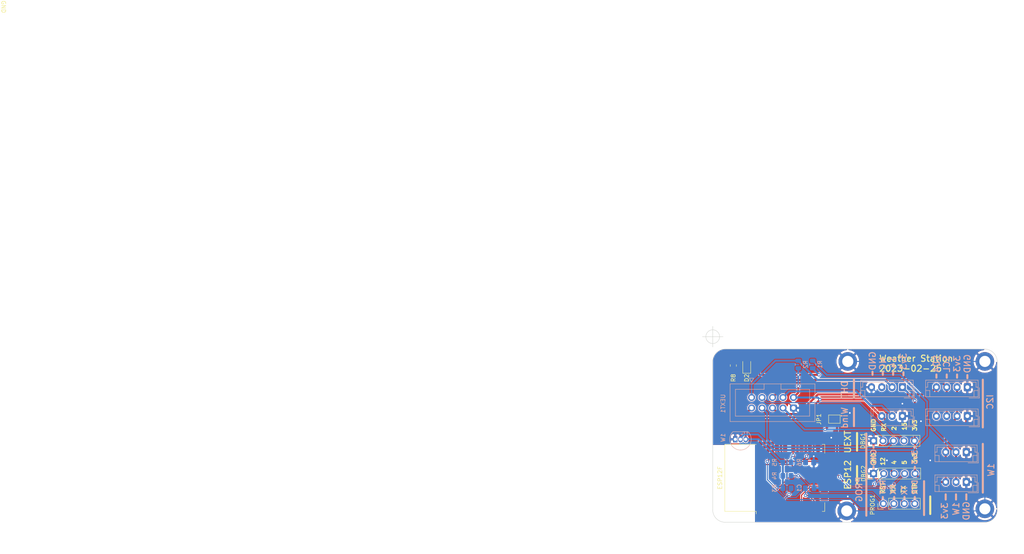
<source format=kicad_pcb>
(kicad_pcb (version 20240108) (generator "pcbnew") (generator_version "8.0")
  (title_block (comment 4 "AISLER Project ID: ADIMYCRM"))
  (layers (0 "F.Cu" signal) (31 "B.Cu" signal) (34 "B.Paste" user) (35 "F.Paste" user) (36 "B.SilkS" user "B.Silkscreen") (37 "F.SilkS" user "F.Silkscreen") (38 "B.Mask" user) (39 "F.Mask" user) (44 "Edge.Cuts" user))
  (net 0 "")
  (net 1 "GND")
  (net 2 "SCL")
  (net 3 "UART_CONNECT")
  (net 4 "SDA")
  (net 5 "GPIO4")
  (net 6 "Net-(D2-Pad1)")
  (net 7 "GPIO14")
  (net 8 "1W")
  (net 9 "+3V3")
  (net 11 "RXD")
  (net 12 "GPIO15")
  (net 13 "GPIO2")
  (net 14 "ESP12_GPIO12")
  (net 15 "ESP12_GPIO5")
  (net 16 "ESP12_RESET")
  (net 17 "ESP12_RX")
  (net 18 "ESP12_TX")
  (net 19 "ESP12_DTR")
  (net 20 "Net-(R3-Pad2)")
  (net 21 "Net-(R6-Pad1)")
  (net 23 "Net-(R8-Pad2)")
  (footprint "MountingHole:MountingHole_2.7mm_M2.5_ISO14580_Pad" (layer "F.Cu") (at 238 121.75)
    (property "Reference" "H6" (hide yes))
    (property "Value" "MountingHole_Pad")
    (pad "1" thru_hole circle (at 0 0) (size 4.5 4.5) (drill 2.7) (layers "*.Cu" "*.Mask") (net 1 "GND"))
  )
  (footprint "MountingHole:MountingHole_2.7mm_M2.5_ISO14580_Pad" (layer "F.Cu") (at 204.5 122.25)
    (property "Reference" "H8" (hide yes))
    (property "Value" "MountingHole_Pad")
    (pad "1" thru_hole circle (at 0 0) (size 4.5 4.5) (drill 2.7) (layers "*.Cu" "*.Mask") (net 1 "GND"))
  )
  (footprint "Resistor_SMD:R_0805_2012Metric_Pad1.20x1.40mm_HandSolder" (layer "F.Cu") (at 177 87 90)
    (property "Reference" "R8" (at -3 0 90) (layer "F.SilkS"))
    (property "Value" "470")
    (pad "1" smd roundrect (at -1 0 90) (size 1.2 1.4) (layers "F.Cu" "F.Paste" "F.Mask") (roundrect_rratio 0.2083333333) (net 6 "Net-(D2-Pad1)"))
    (pad "2" smd roundrect (at 1 0 90) (size 1.2 1.4) (layers "F.Cu" "F.Paste" "F.Mask") (roundrect_rratio 0.2083333333) (net 23 "Net-(R8-Pad2)"))
  )
  (footprint "Connector_PinHeader_2.54mm:PinHeader_1x05_P2.54mm_Vertical" (layer "F.Cu") (at 210.75 105.25 90)
    (property "Reference" "DBG1" (at 0 -2.33 90) (layer "F.SilkS"))
    (property "Value" "UEXT_DBG")
    (pad "1" thru_hole rect (at 0 0.25 90) (size 1.7 1.7) (drill 1) (layers "*.Cu" "*.Mask") (net 1 "GND"))
    (pad "2" thru_hole oval (at 0 2.54 90) (size 1.7 1.7) (drill 1) (layers "*.Cu" "*.Mask") (net 11 "RXD"))
    (pad "3" thru_hole oval (at 0 5.08 90) (size 1.7 1.7) (drill 1) (layers "*.Cu" "*.Mask") (net 13 "GPIO2"))
    (pad "4" thru_hole oval (at 0 7.62 90) (size 1.7 1.7) (drill 1) (layers "*.Cu" "*.Mask") (net 12 "GPIO15"))
    (pad "5" thru_hole oval (at 0 10.16 90) (size 1.7 1.7) (drill 1) (layers "*.Cu" "*.Mask") (net 9 "+3V3"))
  )
  (footprint "MountingHole:MountingHole_2.7mm_M2.5_ISO14580_Pad" (layer "F.Cu") (at 238 86)
    (property "Reference" "H5" (hide yes))
    (property "Value" "MountingHole_Pad")
    (pad "1" thru_hole circle (at 0 0) (size 4.5 4.5) (drill 2.7) (layers "*.Cu" "*.Mask") (net 1 "GND"))
  )
  (footprint "Jumper:SolderJumper-2_P1.3mm_Bridged_Pad1.0x1.5mm" (layer "F.Cu") (at 201.5 100)
    (property "Reference" "JP1" (at -3.75 0 90) (layer "F.SilkS"))
    (property "Value" "Jumper_2_Bridged")
    (fp_poly (pts (xy -0.25 -0.3) (xy 0.25 -0.3) (xy 0.25 0.3) (xy -0.25 0.3)) (fill solid) (layer "F.Cu"))
    (pad "1" smd rect (at -0.65 0) (size 1 1.5) (layers "F.Cu" "F.Mask") (net 11 "RXD"))
    (pad "2" smd rect (at 0.65 0) (size 1 1.5) (layers "F.Cu" "F.Mask") (net 3 "UART_CONNECT"))
  )
  (footprint "Connector_PinHeader_2.54mm:PinHeader_1x04_P2.54mm_Vertical" (layer "F.Cu") (at 213.38 120.5 90)
    (property "Reference" "PROG1" (at -0.25 -2.63 90) (layer "F.SilkS"))
    (property "Value" "ESP12_PROG")
    (pad "1" thru_hole circle (at 0 0 90) (size 1.7 1.7) (drill 1) (layers "*.Cu" "*.Mask") (net 16 "ESP12_RESET"))
    (pad "2" thru_hole oval (at 0 2.54 90) (size 1.7 1.7) (drill 1) (layers "*.Cu" "*.Mask") (net 17 "ESP12_RX"))
    (pad "3" thru_hole oval (at 0 5.08 90) (size 1.7 1.7) (drill 1) (layers "*.Cu" "*.Mask") (net 18 "ESP12_TX"))
    (pad "4" thru_hole oval (at 0 7.62 90) (size 1.7 1.7) (drill 1) (layers "*.Cu" "*.Mask") (net 19 "ESP12_DTR"))
  )
  (footprint "MountingHole:MountingHole_2.7mm_M2.5_ISO14580_Pad" (layer "F.Cu") (at 204.75 86)
    (property "Reference" "H7" (hide yes))
    (property "Value" "MountingHole_Pad")
    (pad "1" thru_hole circle (at 0 0) (size 4.5 4.5) (drill 2.7) (layers "*.Cu" "*.Mask") (net 1 "GND"))
  )
  (footprint "RF_Module:ESP-12E" (layer "F.Cu") (at 187.05 114.25 90)
    (property "Reference" "ESP12F" (at 0 -13.3 -90) (layer "F.SilkS"))
    (property "Value" "ESP-12F")
    (pad "1" smd rect (at -7.6 -3.5 90) (size 2.5 1) (layers "F.Cu" "F.Paste" "F.Mask") (net 16 "ESP12_RESET"))
    (pad "2" smd rect (at -7.6 -1.5 90) (size 2.5 1) (layers "F.Cu" "F.Paste" "F.Mask"))
    (pad "3" smd rect (at -7.6 0.5 90) (size 2.5 1) (layers "F.Cu" "F.Paste" "F.Mask") (net 20 "Net-(R3-Pad2)"))
    (pad "4" smd rect (at -7.6 2.5 90) (size 2.5 1) (layers "F.Cu" "F.Paste" "F.Mask") (net 23 "Net-(R8-Pad2)"))
    (pad "5" smd rect (at -7.6 4.5 90) (size 2.5 1) (layers "F.Cu" "F.Paste" "F.Mask"))
    (pad "6" smd rect (at -7.6 6.5 90) (size 2.5 1) (layers "F.Cu" "F.Paste" "F.Mask") (net 14 "ESP12_GPIO12"))
    (pad "7" smd rect (at -7.6 8.5 90) (size 2.5 1) (layers "F.Cu" "F.Paste" "F.Mask"))
    (pad "8" smd rect (at -7.6 10.5 90) (size 2.5 1) (layers "F.Cu" "F.Paste" "F.Mask") (net 9 "+3V3"))
    (pad "9" smd rect (at -5 12 90) (size 1 1.8) (layers "F.Cu" "F.Paste" "F.Mask"))
    (pad "10" smd rect (at -3 12 90) (size 1 1.8) (layers "F.Cu" "F.Paste" "F.Mask"))
    (pad "11" smd rect (at -1 12 90) (size 1 1.8) (layers "F.Cu" "F.Paste" "F.Mask"))
    (pad "12" smd rect (at 1 12 90) (size 1 1.8) (layers "F.Cu" "F.Paste" "F.Mask"))
    (pad "13" smd rect (at 3 12 90) (size 1 1.8) (layers "F.Cu" "F.Paste" "F.Mask"))
    (pad "14" smd rect (at 5 12 90) (size 1 1.8) (layers "F.Cu" "F.Paste" "F.Mask"))
    (pad "15" smd rect (at 7.6 10.5 90) (size 2.5 1) (layers "F.Cu" "F.Paste" "F.Mask") (net 1 "GND"))
    (pad "16" smd rect (at 7.6 8.5 90) (size 2.5 1) (layers "F.Cu" "F.Paste" "F.Mask") (net 21 "Net-(R6-Pad1)"))
    (pad "17" smd rect (at 7.6 6.5 90) (size 2.5 1) (layers "F.Cu" "F.Paste" "F.Mask"))
    (pad "18" smd rect (at 7.6 4.5 90) (size 2.5 1) (layers "F.Cu" "F.Paste" "F.Mask") (net 19 "ESP12_DTR"))
    (pad "19" smd rect (at 7.6 2.5 90) (size 2.5 1) (layers "F.Cu" "F.Paste" "F.Mask") (net 3 "UART_CONNECT"))
    (pad "20" smd rect (at 7.6 0.5 90) (size 2.5 1) (layers "F.Cu" "F.Paste" "F.Mask") (net 15 "ESP12_GPIO5"))
    (pad "21" smd rect (at 7.6 -1.5 90) (size 2.5 1) (layers "F.Cu" "F.Paste" "F.Mask") (net 17 "ESP12_RX"))
    (pad "22" smd rect (at 7.6 -3.5 90) (size 2.5 1) (layers "F.Cu" "F.Paste" "F.Mask") (net 18 "ESP12_TX"))
    (zone (net 0) (net_name "") (layers "*.Cu") (connect_pads (clearance 0)) (min_thickness 0.254)
      (keepout (tracks not_allowed) (vias not_allowed) (pads not_allowed) (copperpour not_allowed) (footprints not_allowed))
      (fill (thermal_gap 0.508) (thermal_bridge_width 0.508))
      (polygon (pts (xy 182.25 122.37) (xy 182.25 106.13) (xy 174.93 106.13) (xy 174.93 122.37)))
    )
  )
  (footprint "Connector_PinHeader_2.54mm:PinHeader_1x05_P2.54mm_Vertical" (layer "F.Cu") (at 210.925 113.2 90)
    (property "Reference" "DBG2" (at 0 -2.33 90) (layer "F.SilkS"))
    (property "Value" "ESP12_DBG")
    (pad "1" thru_hole rect (at 0 0.075 90) (size 1.7 1.7) (drill 1) (layers "*.Cu" "*.Mask") (net 1 "GND"))
    (pad "2" thru_hole oval (at 0 2.54 90) (size 1.7 1.7) (drill 1) (layers "*.Cu" "*.Mask") (net 14 "ESP12_GPIO12"))
    (pad "3" thru_hole oval (at 0 5.08 90) (size 1.7 1.7) (drill 1) (layers "*.Cu" "*.Mask") (net 3 "UART_CONNECT"))
    (pad "4" thru_hole oval (at 0 7.62 90) (size 1.7 1.7) (drill 1) (layers "*.Cu" "*.Mask") (net 15 "ESP12_GPIO5"))
    (pad "5" thru_hole oval (at 0 10.16 90) (size 1.7 1.7) (drill 1) (layers "*.Cu" "*.Mask") (net 9 "+3V3"))
  )
  (footprint "LED_SMD:LED_0805_2012Metric_Pad1.15x1.40mm_HandSolder" (layer "F.Cu") (at 180.25 87 90)
    (property "Reference" "D2" (at -3 0 90) (layer "F.SilkS"))
    (property "Value" "LED")
    (pad "1" smd roundrect (at -1.025 0 90) (size 1.15 1.4) (layers "F.Cu" "F.Paste" "F.Mask") (roundrect_rratio 0.2173913043) (net 6 "Net-(D2-Pad1)"))
    (pad "2" smd roundrect (at 1.025 0 90) (size 1.15 1.4) (layers "F.Cu" "F.Paste" "F.Mask") (roundrect_rratio 0.2173913043) (net 9 "+3V3"))
  )
  (footprint "Capacitor_SMD:C_0805_2012Metric_Pad1.18x1.45mm_HandSolder" (layer "B.Cu") (at 195.5 116.75)
    (property "Reference" "C1" (at -2.5 0 90) (layer "B.SilkS") (effects (justify mirror)))
    (property "Value" "100n")
    (pad "1" smd roundrect (at -1.0375 0) (size 1.175 1.45) (layers "B.Cu" "B.Paste" "B.Mask") (roundrect_rratio 0.2127659574) (net 9 "+3V3"))
    (pad "2" smd roundrect (at 1.0375 0) (size 1.175 1.45) (layers "B.Cu" "B.Paste" "B.Mask") (roundrect_rratio 0.2127659574) (net 1 "GND"))
  )
  (footprint "Connector_JST:JST_EH_B4B-EH-A_1x04_P2.50mm_Vertical" (layer "B.Cu") (at 233.75 99.25 180)
    (property "Reference" "I2C2" (hide yes))
    (property "Value" "I2C")
    (pad "1" thru_hole roundrect (at 0 0 180) (size 1.7 1.95) (drill 0.95) (layers "*.Cu" "*.Mask") (roundrect_rratio 0.1470588235) (net 1 "GND"))
    (pad "2" thru_hole oval (at 2.5 0 180) (size 1.7 1.95) (drill 0.95) (layers "*.Cu" "*.Mask") (net 9 "+3V3"))
    (pad "3" thru_hole oval (at 5 0 180) (size 1.7 1.95) (drill 0.95) (layers "*.Cu" "*.Mask") (net 2 "SCL"))
    (pad "4" thru_hole oval (at 7.5 0 180) (size 1.7 1.95) (drill 0.95) (layers "*.Cu" "*.Mask") (net 4 "SDA"))
  )
  (footprint "Resistor_SMD:R_0805_2012Metric" (layer "B.Cu") (at 196.25 86.75 90)
    (property "Reference" "R1" (at 0 1.75 90) (layer "B.SilkS") (effects (justify mirror)))
    (property "Value" "4k7")
    (pad "1" smd roundrect (at -0.9125 0 90) (size 1.025 1.4) (layers "B.Cu" "B.Paste" "B.Mask") (roundrect_rratio 0.243902439) (net 9 "+3V3"))
    (pad "2" smd roundrect (at 0.9125 0 90) (size 1.025 1.4) (layers "B.Cu" "B.Paste" "B.Mask") (roundrect_rratio 0.243902439) (net 8 "1W"))
  )
  (footprint "Connector_JST:JST_EH_B3B-EH-A_1x03_P2.50mm_Vertical" (layer "B.Cu") (at 233.5 115.25 180)
    (property "Reference" "1W2" (hide yes))
    (property "Value" "1Wire")
    (pad "1" thru_hole roundrect (at 0 0 180) (size 1.7 1.95) (drill 0.95) (layers "*.Cu" "*.Mask") (roundrect_rratio 0.1470588235) (net 1 "GND"))
    (pad "2" thru_hole oval (at 2.5 0 180) (size 1.7 1.95) (drill 0.95) (layers "*.Cu" "*.Mask") (net 8 "1W"))
    (pad "3" thru_hole oval (at 5 0 180) (size 1.7 1.95) (drill 0.95) (layers "*.Cu" "*.Mask") (net 9 "+3V3"))
  )
  (footprint "PhilippLibrary:IDC-Stecker_2x05_P2.54mm_Vertical" (layer "B.Cu") (at 181.42 94.7475 -90)
    (property "Reference" "UEXT1" (at 1.5025 6.92 90) (layer "B.SilkS") (effects (justify mirror)))
    (property "Value" "UEXT_Host")
    (pad "1" thru_hole circle (at 0 -10.16 270) (size 1.7 1.7) (drill 1) (layers "*.Cu" "*.Mask") (net 9 "+3V3"))
    (pad "2" thru_hole roundrect (at 2.54 -10.16 270) (size 1.7 1.7) (drill 1) (layers "*.Cu" "*.Mask") (net 1 "GND"))
    (pad "3" thru_hole circle (at 0 -7.62 270) (size 1.7 1.7) (drill 1) (layers "*.Cu" "*.Mask") (net 5 "GPIO4"))
    (pad "4" thru_hole circle (at 2.54 -7.62 270) (size 1.7 1.7) (drill 1) (layers "*.Cu" "*.Mask") (net 11 "RXD"))
    (pad "5" thru_hole circle (at 0 -5.08 270) (size 1.7 1.7) (drill 1) (layers "*.Cu" "*.Mask") (net 2 "SCL"))
    (pad "6" thru_hole circle (at 2.54 -5.08 270) (size 1.7 1.7) (drill 1) (layers "*.Cu" "*.Mask") (net 4 "SDA"))
    (pad "7" thru_hole circle (at 0 -2.54 270) (size 1.7 1.7) (drill 1) (layers "*.Cu" "*.Mask") (net 12 "GPIO15"))
    (pad "8" thru_hole circle (at 2.54 -2.54 270) (size 1.7 1.7) (drill 1) (layers "*.Cu" "*.Mask") (net 13 "GPIO2"))
    (pad "9" thru_hole circle (at 0 0 270) (size 1.7 1.7) (drill 1) (layers "*.Cu" "*.Mask") (net 7 "GPIO14"))
    (pad "10" thru_hole circle (at 2.54 0 270) (size 1.7 1.7) (drill 1) (layers "*.Cu" "*.Mask") (net 8 "1W"))
  )
  (footprint "Connector_JST:JST_EH_B4B-EH-A_1x04_P2.50mm_Vertical" (layer "B.Cu") (at 233.75 92.25 180)
    (property "Reference" "I2C1" (hide yes))
    (property "Value" "I2C")
    (pad "1" thru_hole roundrect (at 0 0 180) (size 1.7 1.95) (drill 0.95) (layers "*.Cu" "*.Mask") (roundrect_rratio 0.1470588235) (net 1 "GND"))
    (pad "2" thru_hole oval (at 2.5 0 180) (size 1.7 1.95) (drill 0.95) (layers "*.Cu" "*.Mask") (net 9 "+3V3"))
    (pad "3" thru_hole oval (at 5 0 180) (size 1.7 1.95) (drill 0.95) (layers "*.Cu" "*.Mask") (net 2 "SCL"))
    (pad "4" thru_hole oval (at 7.5 0 180) (size 1.7 1.95) (drill 0.95) (layers "*.Cu" "*.Mask") (net 4 "SDA"))
  )
  (footprint "Resistor_SMD:R_0805_2012Metric" (layer "B.Cu") (at 192.75 86.75 90)
    (property "Reference" "R2" (at 0 1.75 90) (layer "B.SilkS") (effects (justify mirror)))
    (property "Value" "10k")
    (pad "1" smd roundrect (at -0.9125 0 90) (size 1.025 1.4) (layers "B.Cu" "B.Paste" "B.Mask") (roundrect_rratio 0.243902439) (net 9 "+3V3"))
    (pad "2" smd roundrect (at 0.9125 0 90) (size 1.025 1.4) (layers "B.Cu" "B.Paste" "B.Mask") (roundrect_rratio 0.243902439) (net 7 "GPIO14"))
  )
  (footprint "Connector_JST:JST_EH_B4B-EH-A_1x04_P2.50mm_Vertical" (layer "B.Cu") (at 218 92.25 180)
    (property "Reference" "DHT22" (hide yes))
    (property "Value" "DHT22")
    (pad "1" thru_hole roundrect (at 0 0 180) (size 1.7 1.95) (drill 0.95) (layers "*.Cu" "*.Mask") (roundrect_rratio 0.1470588235) (net 9 "+3V3"))
    (pad "2" thru_hole oval (at 2.5 0 180) (size 1.7 1.95) (drill 0.95) (layers "*.Cu" "*.Mask") (net 7 "GPIO14"))
    (pad "3" thru_hole oval (at 5 0 180) (size 1.7 1.95) (drill 0.95) (layers "*.Cu" "*.Mask"))
    (pad "4" thru_hole oval (at 7.5 0 180) (size 1.7 1.95) (drill 0.95) (layers "*.Cu" "*.Mask") (net 1 "GND"))
  )
  (footprint "Package_TO_SOT_THT:TO-92_Inline" (layer "B.Cu") (at 177.46 104.89)
    (property "Reference" "1W" (at -2.96 -0.39 90) (layer "B.SilkS") (effects (justify mirror)))
    (property "Value" "DS18B20")
    (pad "1" thru_hole rect (at 0 0) (size 1.05 1.5) (drill 0.75) (layers "*.Cu" "*.Mask") (net 1 "GND"))
    (pad "2" thru_hole oval (at 1.27 0) (size 1.05 1.5) (drill 0.75) (layers "*.Cu" "*.Mask") (net 8 "1W"))
    (pad "3" thru_hole oval (at 2.54 0) (size 1.05 1.5) (drill 0.75) (layers "*.Cu" "*.Mask") (net 9 "+3V3"))
  )
  (footprint "Resistor_SMD:R_0805_2012Metric_Pad1.20x1.40mm_HandSolder" (layer "B.Cu") (at 190 110.5 180)
    (property "Reference" "R5" (at 3 0 90) (layer "B.SilkS") (effects (justify mirror)))
    (property "Value" "10k")
    (pad "1" smd roundrect (at -1 0 180) (size 1.2 1.4) (layers "B.Cu" "B.Paste" "B.Mask") (roundrect_rratio 0.2083333333) (net 19 "ESP12_DTR"))
    (pad "2" smd roundrect (at 1 0 180) (size 1.2 1.4) (layers "B.Cu" "B.Paste" "B.Mask") (roundrect_rratio 0.2083333333) (net 9 "+3V3"))
  )
  (footprint "Resistor_SMD:R_0805_2012Metric_Pad1.20x1.40mm_HandSolder" (layer "B.Cu") (at 195.5 110.5)
    (property "Reference" "R6" (at -2.5 0 90) (layer "B.SilkS") (effects (justify mirror)))
    (property "Value" "10k")
    (pad "1" smd roundrect (at -1 0) (size 1.2 1.4) (layers "B.Cu" "B.Paste" "B.Mask") (roundrect_rratio 0.2083333333) (net 21 "Net-(R6-Pad1)"))
    (pad "2" smd roundrect (at 1 0) (size 1.2 1.4) (layers "B.Cu" "B.Paste" "B.Mask") (roundrect_rratio 0.2083333333) (net 1 "GND"))
  )
  (footprint "Connector_JST:JST_EH_B3B-EH-A_1x03_P2.50mm_Vertical" (layer "B.Cu") (at 218 99.25 180)
    (property "Reference" "Wind1" (hide yes))
    (property "Value" "Wind")
    (pad "1" thru_hole roundrect (at 0 0 180) (size 1.7 1.95) (drill 0.95) (layers "*.Cu" "*.Mask") (roundrect_rratio 0.1470588235) (net 1 "GND"))
    (pad "2" thru_hole oval (at 2.5 0 180) (size 1.7 1.95) (drill 0.95) (layers "*.Cu" "*.Mask") (net 5 "GPIO4"))
    (pad "3" thru_hole oval (at 5 0 180) (size 1.7 1.95) (drill 0.95) (layers "*.Cu" "*.Mask") (net 9 "+3V3"))
  )
  (footprint "Resistor_SMD:R_0805_2012Metric_Pad1.20x1.40mm_HandSolder" (layer "B.Cu") (at 190 116.75)
    (property "Reference" "R3" (at -3 0 90) (layer "B.SilkS") (effects (justify mirror)))
    (property "Value" "10k")
    (pad "1" smd roundrect (at -1 0) (size 1.2 1.4) (layers "B.Cu" "B.Paste" "B.Mask") (roundrect_rratio 0.2083333333) (net 9 "+3V3"))
    (pad "2" smd roundrect (at 1 0) (size 1.2 1.4) (layers "B.Cu" "B.Paste" "B.Mask") (roundrect_rratio 0.2083333333) (net 20 "Net-(R3-Pad2)"))
  )
  (footprint "Connector_JST:JST_EH_B3B-EH-A_1x03_P2.50mm_Vertical" (layer "B.Cu") (at 233.5 108 180)
    (property "Reference" "1W1" (hide yes))
    (property "Value" "1Wire")
    (pad "1" thru_hole roundrect (at 0 0 180) (size 1.7 1.95) (drill 0.95) (layers "*.Cu" "*.Mask") (roundrect_rratio 0.1470588235) (net 1 "GND"))
    (pad "2" thru_hole oval (at 2.5 0 180) (size 1.7 1.95) (drill 0.95) (layers "*.Cu" "*.Mask") (net 8 "1W"))
    (pad "3" thru_hole oval (at 5 0 180) (size 1.7 1.95) (drill 0.95) (layers "*.Cu" "*.Mask") (net 9 "+3V3"))
  )
  (footprint "Resistor_SMD:R_0805_2012Metric_Pad1.20x1.40mm_HandSolder" (layer "B.Cu") (at 190 113.75)
    (property "Reference" "R4" (at -3 0 90) (layer "B.SilkS") (effects (justify mirror)))
    (property "Value" "10k")
    (pad "1" smd roundrect (at -1 0) (size 1.2 1.4) (layers "B.Cu" "B.Paste" "B.Mask") (roundrect_rratio 0.2083333333) (net 9 "+3V3"))
    (pad "2" smd roundrect (at 1 0) (size 1.2 1.4) (layers "B.Cu" "B.Paste" "B.Mask") (roundrect_rratio 0.2083333333) (net 16 "ESP12_RESET"))
  )
  (gr_line (start 221 111.5625) (end 221 111.9375) (stroke (width 0.5)) (layer "B.SilkS"))
  (gr_line (start 221 106.5625) (end 221 106.9375) (stroke (width 0.5)) (layer "B.SilkS"))
  (gr_line (start 233.5 118.25) (end 233.5 119.5) (stroke (width 0.5)) (layer "B.SilkS"))
  (gr_line (start 213.25 88.5) (end 213.25 89.25) (stroke (width 0.5)) (layer "B.SilkS"))
  (gr_line (start 218.25 88.625) (end 218.25 89.375) (stroke (width 0.5)) (layer "B.SilkS"))
  (gr_line (start 237.5 90.4375) (end 237.5 102) (stroke (width 0.5)) (layer "B.SilkS"))
  (gr_line (start 218.5 118.875) (end 218.5 119.25) (stroke (width 0.5)) (layer "B.SilkS"))
  (gr_line (start 237.5 106) (end 237.5 117.8125) (stroke (width 0.5)) (layer "B.SilkS"))
  (gr_line (start 228.5 118.25) (end 228.5 119.5) (stroke (width 0.5)) (layer "B.SilkS"))
  (gr_line (start 223.25 115.046875) (end 223.25 123.25) (stroke (width 0.5)) (layer "B.SilkS"))
  (gr_line (start 233.75 89.3125) (end 233.75 90.0625) (stroke (width 0.5)) (layer "B.SilkS"))
  (gr_line (start 226.25 89.1875) (end 226.25 89.9375) (stroke (width 0.5)) (layer "B.SilkS"))
  (gr_line (start 221 118.875) (end 221 119.25) (stroke (width 0.5)) (layer "B.SilkS"))
  (gr_line (start 213.25 118.875) (end 213.25 119.25) (stroke (width 0.5)) (layer "B.SilkS"))
  (gr_line (start 215.75 88.5) (end 215.75 89.25) (stroke (width 0.5)) (layer "B.SilkS"))
  (gr_line (start 211 111.5625) (end 211 111.9375) (stroke (width 0.5)) (layer "B.SilkS"))
  (gr_line (start 231.25 89.1875) (end 231.25 89.9375) (stroke (width 0.5)) (layer "B.SilkS"))
  (gr_line (start 231 118.25) (end 231 119.5) (stroke (width 0.5)) (layer "B.SilkS"))
  (gr_line (start 206.25 97.3125) (end 206.25 101.6875) (stroke (width 0.5)) (layer "B.SilkS"))
  (gr_line (start 228.75 89.1875) (end 228.75 89.9375) (stroke (width 0.5)) (layer "B.SilkS"))
  (gr_line (start 210.75 88.5) (end 210.75 89.25) (stroke (width 0.5)) (layer "B.SilkS"))
  (gr_line (start 211 106.5625) (end 211 106.9375) (stroke (width 0.5)) (layer "B.SilkS"))
  (gr_line (start 209.25 103.5) (end 209.25 123.40625) (stroke (width 0.5)) (layer "B.SilkS"))
  (gr_line (start 206.25 90.4375) (end 206.25 94.8125) (stroke (width 0.5)) (layer "B.SilkS"))
  (gr_line (start 216 118.875) (end 216 119.25) (stroke (width 0.5)) (layer "B.SilkS"))
  (gr_line (start 207 103.375) (end 207 107.625) (stroke (width 0.5)) (layer "F.SilkS"))
  (gr_line (start 224.75 118.75) (end 224.75 123) (stroke (width 0.5)) (layer "F.SilkS"))
  (gr_line (start 207 111.375) (end 207 115.625) (stroke (width 0.5)) (layer "F.SilkS"))
  (gr_line (start 238 125) (end 175 125) (stroke (width 0.1)) (layer "Edge.Cuts"))
  (gr_arc (start 175 125) (mid 172.87868 124.12132) (end 172 122) (stroke (width 0.1)) (layer "Edge.Cuts"))
  (gr_arc (start 241 122) (mid 240.12132 124.12132) (end 238 125) (stroke (width 0.1)) (layer "Edge.Cuts"))
  (gr_line (start 237.87868 83) (end 175 83) (stroke (width 0.1)) (layer "Edge.Cuts"))
  (gr_line (start 172 86.12132) (end 172 122) (stroke (width 0.1)) (layer "Edge.Cuts"))
  (gr_arc (start 172 86.12132) (mid 172.871594 83.956693) (end 175 83) (stroke (width 0.1)) (layer "Edge.Cuts"))
  (gr_line (start 241 86) (end 241 122) (stroke (width 0.1)) (layer "Edge.Cuts"))
  (gr_arc (start 237.87868 83) (mid 240.043307 83.871594) (end 241 86) (stroke (width 0.1)) (layer "Edge.Cuts"))
  (gr_text "RX" (at 215.75 117 90) (layer "B.SilkS") (effects (font (size 1.3 1.3) (thickness 0.25)) (justify mirror)))
  (gr_text "RST" (at 213.25 116.5 90) (layer "B.SilkS") (effects (font (size 1.3 1.3) (thickness 0.25)) (justify mirror)))
  (gr_text "DTR" (at 221 116.5 90) (layer "B.SilkS") (effects (font (size 1.3 1.3) (thickness 0.25)) (justify mirror)))
  (gr_text "NC" (at 213.25 86.5 90) (layer "B.SilkS") (effects (font (size 1.5 1.5) (thickness 0.25)) (justify mirror)))
  (gr_text "GND" (at 233.75 86.5625 90) (layer "B.SilkS") (effects (font (size 1.5 1.5) (thickness 0.25)) (justify mirror)))
  (gr_text "14" (at 215.75 86.25 90) (layer "B.SilkS") (effects (font (size 1.5 1.5) (thickness 0.25)) (justify mirror)))
  (gr_text "TX" (at 218.5 117.25 90) (layer "B.SilkS") (effects (font (size 1.3 1.3) (thickness 0.25)) (justify mirror)))
  (gr_text "GND" (at 233.5 122.25 90) (layer "B.SilkS") (effects (font (size 1.5 1.5) (thickness 0.25)) (justify mirror)))
  (gr_text "1W" (at 239.5 112.3125 90) (layer "B.SilkS") (effects (font (size 1.5 1.5) (thickness 0.25)) (justify mirror)))
  (gr_text "Wind" (at 204 99.6875 90) (layer "B.SilkS") (effects (font (size 1.5 1.5) (thickness 0.25)) (justify mirror)))
  (gr_text "3v3" (at 218.25 86 90) (layer "B.SilkS") (effects (font (size 1.5 1.5) (thickness 0.25)) (justify mirror)))
  (gr_text "GND" (at 211 109.25 90) (layer "B.SilkS") (effects (font (size 1.3 1.3) (thickness 0.25)) (justify mirror)))
  (gr_text "3v3" (at 228.25 122.25 90) (layer "B.SilkS") (effects (font (size 1.5 1.5) (thickness 0.25)) (justify mirror)))
  (gr_text "GND" (at 210.75 85.875 90) (layer "B.SilkS") (effects (font (size 1.5 1.5) (thickness 0.25)) (justify mirror)))
  (gr_text "3v3" (at 221 109.25 90) (layer "B.SilkS") (effects (font (size 1.3 1.3) (thickness 0.25)) (justify mirror)))
  (gr_text "1W" (at 231 121.75 90) (layer "B.SilkS") (effects (font (size 1.5 1.5) (thickness 0.25)) (justify mirror)))
  (gr_text "3v3" (at 231.25 86.5625 90) (layer "B.SilkS") (effects (font (size 1.5 1.5) (thickness 0.25)) (justify mirror)))
  (gr_text "I2C" (at 239.25 95.8125 90) (layer "B.SilkS") (effects (font (size 1.5 1.5) (thickness 0.25)) (justify mirror)))
  (gr_text "SCL" (at 228.75 86.5625 90) (layer "B.SilkS") (effects (font (size 1.5 1.5) (thickness 0.25)) (justify mirror)))
  (gr_text "PROG" (at 207.5 117 90) (layer "B.SilkS") (effects (font (size 1.5 1.5) (thickness 0.25)) (justify mirror)))
  (gr_text "SDA" (at 226.25 86.5625 90) (layer "B.SilkS") (effects (font (size 1.5 1.5) (thickness 0.25)) (justify mirror)))
  (gr_text "DHT" (at 204 92.8125 90) (layer "B.SilkS") (effects (font (size 1.5 1.5) (thickness 0.25)) (justify mirror)))
  (gr_text "UEXT" (at 204.75 105.5 90) (layer "F.SilkS") (effects (font (size 1.5 1.5) (thickness 0.25))))
  (gr_text "Weather Station\n2023-02-25" (at 212.25 86.5 0) (layer "F.SilkS") (effects (font (size 1.5 1.5) (thickness 0.25)) (justify left)))
  (gr_text "DTR" (at 221 116.75 90) (layer "F.SilkS") (effects (font (size 1 1) (thickness 0.25))))
  (gr_text "5" (at 218.5 110.5 90) (layer "F.SilkS") (effects (font (size 1 1) (thickness 0.25))))
  (gr_text "GND" (at 211 101.5 90) (layer "F.SilkS") (effects (font (size 1 1) (thickness 0.25))))
  (gr_text "GND" (at 211 109.75 90) (layer "F.SilkS") (effects (font (size 1 1) (thickness 0.25))))
  (gr_text "2" (at 216 102.25 90) (layer "F.SilkS") (effects (font (size 1 1) (thickness 0.25))))
  (gr_text "4" (at 216 110.5 90) (layer "F.SilkS") (effects (font (size 1 1) (thickness 0.25))))
  (gr_text "ESP12" (at 204.75 113.5 90) (layer "F.SilkS") (effects (font (size 1.5 1.5) (thickness 0.25))))
  (gr_text "RX" (at 215.75 117 90) (layer "F.SilkS") (effects (font (size 1 1) (thickness 0.25))))
  (gr_text "12" (at 213.25 110.25 90) (layer "F.SilkS") (effects (font (size 1 1) (thickness 0.25))))
  (gr_text "TX" (at 218.25 117 90) (layer "F.SilkS") (effects (font (size 1 1) (thickness 0.25))))
  (gr_text "RX" (at 213.5 102 90) (layer "F.SilkS") (effects (font (size 1 1) (thickness 0.25))))
  (gr_text "GND" (at 0 0 270) (layer "F.SilkS") (effects (font (size 1 1))))
  (gr_text "3v3" (at 221 109.5 90) (layer "F.SilkS") (effects (font (size 1 1) (thickness 0.25))))
  (gr_text "15" (at 218.5 101.75 90) (layer "F.SilkS") (effects (font (size 1 1) (thickness 0.25))))
  (gr_text "RST" (at 213.25 116.75 90) (layer "F.SilkS") (effects (font (size 1 1) (thickness 0.25))))
  (gr_text "3v3" (at 221 101.5 90) (layer "F.SilkS") (effects (font (size 1 1) (thickness 0.25))))
  (target plus (at 172 80) (size 5) (width 0.1) (layer "Edge.Cuts"))
  (segment (start 233.5 115.25) (end 233.5 108) (width 0.5) (layer "F.Cu") (net 1))
  (segment (start 233.5 99.5) (end 233.75 99.25) (width 0.25) (layer "F.Cu") (net 1))
  (segment (start 196.5 109) (end 196.5 106.75) (width 0.25) (layer "F.Cu") (net 1))
  (segment (start 222.5 100.5) (end 222.5 107.75) (width 0.25) (layer "F.Cu") (net 1))
  (segment (start 177.48 104.87) (end 177.48 99.56649) (width 0.5) (layer "F.Cu") (net 1))
  (segment (start 211 106.75) (end 211 104.25) (width 0.25) (layer "F.Cu") (net 1))
  (segment (start 177.46 104.89) (end 177.48 104.87) (width 0.25) (layer "F.Cu") (net 1))
  (segment (start 177.48 99.56649) (end 180.933501 96.112989) (width 0.25) (layer "F.Cu") (net 1))
  (segment (start 196.5 106.75) (end 196.6 106.65) (width 0.25) (layer "F.Cu") (net 1))
  (segment (start 233.75 99.25) (end 233.75 92.25) (width 0.5) (layer "F.Cu") (net 1))
  (segment (start 222.5 107.75) (end 224.75 110) (width 0.25) (layer "F.Cu") (net 1))
  (segment (start 233.5 108) (end 233.5 99.5) (width 0.5) (layer "F.Cu") (net 1))
  (segment (start 180.933501 96.112989) (end 190.405489 96.112989) (width 0.25) (layer "F.Cu") (net 1))
  (segment (start 214.25 110) (end 211 106.75) (width 0.25) (layer "F.Cu") (net 1))
  (segment (start 218 96.25) (end 218 99.25) (width 0.25) (layer "F.Cu") (net 1))
  (segment (start 211 104.25) (end 205.25 98.5) (width 0.25) (layer "F.Cu") (net 1))
  (segment (start 197.55 106.65) (end 198.6 106.65) (width 0.25) (layer "F.Cu") (net 1))
  (segment (start 198.6 106.65) (end 200.75 104.5) (width 0.25) (layer "F.Cu") (net 1))
  (segment (start 190.405489 96.112989) (end 191.58 97.2875) (width 0.25) (layer "F.Cu") (net 1))
  (segment (start 196.6 106.65) (end 197.55 106.65) (width 0.25) (layer "F.Cu") (net 1))
  (via (at 214.25 110) (size 0.8) (drill 0.4) (layers "F.Cu" "B.Cu") (net 1))
  (via (at 224.75 110) (size 0.8) (drill 0.4) (layers "F.Cu" "B.Cu") (net 1))
  (via (at 204.75 118.75) (size 0.8) (drill 0.4) (layers "F.Cu" "B.Cu") (net 1))
  (via (at 196.5 109) (size 0.8) (drill 0.4) (layers "F.Cu" "B.Cu") (net 1))
  (via (at 218 96.25) (size 0.8) (drill 0.4) (layers "F.Cu" "B.Cu") (net 1))
  (via (at 200.75 104.5) (size 0.8) (drill 0.4) (layers "F.Cu" "B.Cu") (net 1))
  (via (at 222.5 100.5) (size 0.8) (drill 0.4) (layers "F.Cu" "B.Cu") (net 1))
  (via (at 205.25 98.5) (size 0.8) (drill 0.4) (layers "F.Cu" "B.Cu") (net 1))
  (segment (start 224.75 110) (end 229.43198 110) (width 0.25) (layer "B.Cu") (net 1))
  (segment (start 233.5 117.25) (end 233.5 115.25) (width 0.25) (layer "B.Cu") (net 1))
  (segment (start 210.95 105.25) (end 211 105.2) (width 0.25) (layer "B.Cu") (net 1))
  (segment (start 238 121.75) (end 233.5 117.25) (width 0.25) (layer "B.Cu") (net 1))
  (segment (start 233.75 92.25) (end 233.75 90.25) (width 0.25) (layer "B.Cu") (net 1))
  (segment (start 237.5 122.25) (end 238 121.75) (width 0.25) (layer "B.Cu") (net 1))
  (segment (start 214.2 110) (end 211 113.2) (width 0.25) (layer "B.Cu") (net 1))
  (segment (start 197 110) (end 196.5 110.5) (width 0.25) (layer "B.Cu") (net 1))
  (segment (start 200.75 104.5) (end 210 104.5) (width 0.25) (layer "B.Cu") (net 1))
  (segment (start 212.52402 94.27402) (end 210.5 92.25) (width 0.25) (layer "B.Cu") (net 1))
  (segment (start 196.5 110.5) (end 196.5375 110.5375) (width 0.25) (layer "B.Cu") (net 1))
  (segment (start 218 96.25) (end 216.02402 94.27402) (width 0.25) (layer "B.Cu") (net 1))
  (segment (start 210.75 105.25) (end 210.95 105.25) (width 0.25) (layer "B.Cu") (net 1))
  (segment (start 233.75 90.25) (end 238 86) (width 0.25) (layer "B.Cu") (net 1))
  (segment (start 196.5375 110.5375) (end 196.5375 116.75) (width 0.25) (layer "B.Cu") (net 1))
  (segment (start 214.25 110) (end 197 110) (width 0.25) (layer "B.Cu") (net 1))
  (segment (start 210 104.5) (end 210.75 105.25) (width 0.25) (layer "B.Cu") (net 1))
  (segment (start 238 118.56802) (end 238 121.75) (width 0.25) (layer "B.Cu") (net 1))
  (segment (start 214.25 110) (end 214.2 110) (width 0.25) (layer "B.Cu") (net 1))
  (segment (start 196.5 110.5) (end 196.5 109) (width 0.25) (layer "B.Cu") (net 1))
  (segment (start 191.58 97.2875) (end 192.7925 98.5) (width 0.25) (layer "B.Cu") (net 1))
  (segment (start 214.25 110) (end 229.43198 110) (width 0.25) (layer "B.Cu") (net 1))
  (segment (start 192.7925 98.5) (end 205.25 98.5) (width 0.25) (layer "B.Cu") (net 1))
  (segment (start 204.75 86) (end 238 86) (width 0.25) (layer "B.Cu") (net 1))
  (segment (start 216.02402 94.27402) (end 212.52402 94.27402) (width 0.25) (layer "B.Cu") (net 1))
  (segment (start 229.43198 110) (end 238 118.56802) (width 0.25) (layer "B.Cu") (net 1))
  (segment (start 204.5 122.25) (end 237.5 122.25) (width 0.25) (layer "B.Cu") (net 1))
  (segment (start 222.25 100.5) (end 222.5 100.5) (width 0.25) (layer "B.Cu") (net 1))
  (segment (start 218 96.25) (end 222.25 100.5) (width 0.25) (layer "B.Cu") (net 1))
  (segment (start 228.75 92.25) (end 228.75 99.25) (width 0.5) (layer "F.Cu") (net 2))
  (segment (start 227 90.5) (end 190.7475 90.5) (width 0.5) (layer "F.Cu") (net 2))
  (segment (start 228.75 92.25) (end 227 90.5) (width 0.5) (layer "F.Cu") (net 2))
  (segment (start 190.7475 90.5) (end 186.5 94.7475) (width 0.5) (layer "F.Cu") (net 2))
  (segment (start 214.055 111.25) (end 203.25 111.25) (width 0.5) (layer "F.Cu") (net 3))
  (segment (start 203.25 111.25) (end 202.15 110.15) (width 0.5) (layer "F.Cu") (net 3))
  (segment (start 191.95 103.5) (end 200.9375 103.5) (width 0.5) (layer "F.Cu") (net 3))
  (segment (start 216 113.195) (end 214.055 111.25) (width 0.5) (layer "F.Cu") (net 3))
  (segment (start 202.15 110.15) (end 202.15 100) (width 0.5) (layer "F.Cu") (net 3))
  (segment (start 200.9375 103.5) (end 202.15 102.2875) (width 0.5) (layer "F.Cu") (net 3))
  (segment (start 189.55 105.9) (end 191.95 103.5) (width 0.5) (layer "F.Cu") (net 3))
  (segment (start 189.55 106.65) (end 189.55 105.9) (width 0.25) (layer "F.Cu") (net 3))
  (segment (start 202.15 102.2875) (end 202.15 100) (width 0.25) (layer "F.Cu") (net 3))
  (segment (start 216 113.2) (end 216 113.195) (width 0.25) (layer "F.Cu") (net 3))
  (segment (start 226.25 92.25) (end 224.5 94) (width 0.5) (layer "F.Cu") (net 4))
  (segment (start 187.9625 98.75) (end 186.5 97.2875) (width 0.5) (layer "F.Cu") (net 4))
  (segment (start 192.75 98.75) (end 187.9625 98.75) (width 0.5) (layer "F.Cu") (net 4))
  (segment (start 224.5 94) (end 197.5 94) (width 0.5) (layer "F.Cu") (net 4))
  (segment (start 197.5 94) (end 192.75 98.75) (width 0.5) (layer "F.Cu") (net 4))
  (segment (start 226.25 99.25) (end 226.25 92.25) (width 0.5) (layer "F.Cu") (net 4))
  (segment (start 206.823225 93.25) (end 190.5375 93.25) (width 0.5) (layer "B.Cu") (net 5))
  (segment (start 190.5375 93.25) (end 189.04 94.7475) (width 0.5) (layer "B.Cu") (net 5))
  (segment (start 213 96.75) (end 210.323225 96.75) (width 0.5) (layer "B.Cu") (net 5))
  (segment (start 215.5 99.25) (end 213 96.75) (width 0.5) (layer "B.Cu") (net 5))
  (segment (start 210.323225 96.75) (end 206.823225 93.25) (width 0.5) (layer "B.Cu") (net 5))
  (segment (start 177 88) (end 177.025 88.025) (width 0.25) (layer "F.Cu") (net 6))
  (segment (start 177.025 88.025) (end 180.25 88.025) (width 0.25) (layer "F.Cu") (net 6))
  (segment (start 181.42 91.58) (end 187.1625 85.8375) (width 0.5) (layer "B.Cu") (net 7))
  (segment (start 197.38573 90.5) (end 192.75 85.86427) (width 0.5) (layer "B.Cu") (net 7))
  (segment (start 213.75 90.5) (end 197.38573 90.5) (width 0.5) (layer "B.Cu") (net 7))
  (segment (start 192.75 85.86427) (end 192.75 85.8375) (width 0.5) (layer "B.Cu") (net 7))
  (segment (start 181.42 94.7475) (end 181.42 91.58) (width 0.5) (layer "B.Cu") (net 7))
  (segment (start 215.5 92.25) (end 213.75 90.5) (width 0.5) (layer "B.Cu") (net 7))
  (segment (start 187.1625 85.8375) (end 192.75 85.8375) (width 0.5) (layer "B.Cu") (net 7))
  (segment (start 178.73 104.89) (end 178.75 104.87) (width 0.25) (layer "F.Cu") (net 8))
  (segment (start 178.75 104.87) (end 178.75 99.9575) (width 0.5) (layer "F.Cu") (net 8))
  (segment (start 231 108) (end 231 115.25) (width 0.5) (layer "F.Cu") (net 8))
  (segment (start 178.75 99.9575) (end 181.42 97.2875) (width 0.5) (layer "F.Cu") (net 8))
  (segment (start 220.497787 107.5) (end 186.812494 107.5) (width 0.5) (layer "B.Cu") (net 8))
  (segment (start 186.812494 107.5) (end 183.002974 103.69048) (width 0.5) (layer "B.Cu") (net 8))
  (segment (start 183.002974 103.69048) (end 179.596341 103.69048) (width 0.5) (layer "B.Cu") (net 8))
  (segment (start 224 101) (end 231 108) (width 0.5) (layer "B.Cu") (net 8))
  (segment (start 224 101) (end 224 103.997787) (width 0.5) (layer "B.Cu") (net 8))
  (segment (start 217.5 89.25) (end 224 95.75) (width 0.5) (layer "B.Cu") (net 8))
  (segment (start 199.6625 89.25) (end 217.5 89.25) (width 0.5) (layer "B.Cu") (net 8))
  (segment (start 224 95.75) (end 224 101) (width 0.5) (layer "B.Cu") (net 8))
  (segment (start 179.596341 103.69048) (end 178.73 104.556821) (width 0.5) (layer "B.Cu") (net 8))
  (segment (start 224 103.997787) (end 220.497787 107.5) (width 0.5) (layer "B.Cu") (net 8))
  (segment (start 178.73 104.556821) (end 178.73 104.89) (width 0.5) (layer "B.Cu") (net 8))
  (segment (start 196.25 85.8375) (end 199.6625 89.25) (width 0.5) (layer "B.Cu") (net 8))
  (segment (start 197.9745 95.2755) (end 193.75 99.5) (width 0.5) (layer "F.Cu") (net 9))
  (segment (start 228.5 115.25) (end 228.5 108) (width 0.5) (layer "F.Cu") (net 9))
  (segment (start 231.25 99.25) (end 231.25 92.25) (width 0.5) (layer "F.Cu") (net 9))
  (segment (start 216.8 101) (end 214.75 101) (width 0.5) (layer "F.Cu") (net 9))
  (segment (start 197.55 121.85) (end 197.55 120.8) (width 0.25) (layer "F.Cu") (net 9))
  (segment (start 228.5 115.25) (end 223.135 115.25) (width 0.5) (layer "F.Cu") (net 9))
  (segment (start 195.25 118.5) (end 194.5 118.5) (width 0.25) (layer "F.Cu") (net 9))
  (segment (start 191.58 94.7475) (end 192.75 93.5775) (width 0.5) (layer "F.Cu") (net 9))
  (segment (start 183.525 89.25) (end 180.25 85.975) (width 0.5) (layer "F.Cu") (net 9))
  (segment (start 213 99.25) (end 212.875 99.25) (width 0.25) (layer "F.Cu") (net 9))
  (segment (start 214.75 101) (end 213 99.25) (width 0.5) (layer "F.Cu") (net 9))
  (segment (start 220.91 105.25) (end 221.085 105.425) (width 0.25) (layer "F.Cu") (net 9))
  (segment (start 181 99.5) (end 180 100.5) (width 0.5) (layer "F.Cu") (net 9))
  (segment (start 228.5 108) (end 228.5 102.362507) (width 0.5) (layer "F.Cu") (net 9))
  (segment (start 198 95.2755) (end 197.9745 95.2755) (width 0.5) (layer "F.Cu") (net 9))
  (segment (start 231.25 99.612507) (end 231.25 99.25) (width 0.25) (layer "F.Cu") (net 9))
  (segment (start 221 95.5) (end 221 105.16) (width 0.5) (layer "F.Cu") (net 9))
  (segment (start 197.75 89.25) (end 192.75 89.25) (width 0.5) (layer "F.Cu") (net 9))
  (segment (start 193.75 99.5) (end 181 99.5) (width 0.5) (layer "F.Cu") (net 9))
  (segment (start 197.55 120.8) (end 195.25 118.5) (width 0.25) (layer "F.Cu") (net 9))
  (segment (start 220.91 105.25) (end 220.91 105.11) (width 0.25) (layer "F.Cu") (net 9))
  (segment (start 220.91 105.11) (end 216.8 101) (width 0.5) (layer "F.Cu") (net 9))
  (segment (start 192.75 93.5775) (end 192.75 92) (width 0.5) (layer "F.Cu") (net 9))
  (segment (start 198.0255 95.25) (end 208.875 95.25) (width 0.5) (layer "F.Cu") (net 9))
  (segment (start 208.875 95.25) (end 212.875 99.25) (width 0.5) (layer "F.Cu") (net 9))
  (segment (start 228.5 102.362507) (end 231.25 99.612507) (width 0.5) (layer "F.Cu") (net 9))
  (segment (start 192.75 89.25) (end 183.525 89.25) (width 0.5) (layer "F.Cu") (net 9))
  (segment (start 223.135 115.25) (end 221.085 113.2) (width 0.5) (layer "F.Cu") (net 9))
  (segment (start 221.085 105.425) (end 221.085 113.2) (width 0.5) (layer "F.Cu") (net 9))
  (segment (start 221 105.16) (end 220.91 105.25) (width 0.25) (layer "F.Cu") (net 9))
  (segment (start 180 100.5) (end 180 104.89) (width 0.5) (layer "F.Cu") (net 9))
  (segment (start 198 95.2755) (end 198.0255 95.25) (width 0.5) (layer "F.Cu") (net 9))
  (via (at 194.5 118.5) (size 0.8) (drill 0.4) (layers "F.Cu" "B.Cu") (net 9))
  (via (at 192.75 89.25) (size 0.8) (drill 0.4) (layers "F.Cu" "B.Cu") (net 9))
  (via (at 192.75 92) (size 0.8) (drill 0.4) (layers "F.Cu" "B.Cu") (net 9))
  (via (at 198 95.2755) (size 0.8) (drill 0.4) (layers "F.Cu" "B.Cu") (net 9))
  (via (at 221 95.5) (size 0.8) (drill 0.4) (layers "F.Cu" "B.Cu") (net 9))
  (via (at 197.75 89.25) (size 0.8) (drill 0.4) (layers "F.Cu" "B.Cu") (net 9))
  (segment (start 196.25 87.6625) (end 196.25 87.75) (width 0.25) (layer "B.Cu") (net 9))
  (segment (start 194.4625 116.75) (end 192.237989 118.974511) (width 0.25) (layer "B.Cu") (net 9))
  (segment (start 189 117.774614) (end 189 116.75) (width 0.25) (layer "B.Cu") (net 9))
  (segment (start 194.5 116.7875) (end 194.4625 116.75) (width 0.25) (layer "B.Cu") (net 9))
  (segment (start 189 113.75) (end 189 110.5) (width 0.5) (layer "B.Cu") (net 9))
  (segment (start 180 104.89) (end 183.14 104.89) (width 0.5) (layer "B.Cu") (net 9))
  (segment (start 198 95.2755) (end 197.472 94.7475) (width 0.5) (layer "B.Cu") (net 9))
  (segment (start 196.25 87.75) (end 197.75 89.25) (width 0.5) (layer "B.Cu") (net 9))
  (segment (start 190.199897 118.974511) (end 189 117.774614) (width 0.25) (layer "B.Cu") (net 9))
  (segment (start 183.14 104.89) (end 188.75 110.5) (width 0.5) (layer "B.Cu") (net 9))
  (segment (start 221 95.25) (end 218 92.25) (width 0.5) (layer "B.Cu") (net 9))
  (segment (start 194.5 118.5) (end 194.5 116.7875) (width 0.25) (layer "B.Cu") (net 9))
  (segment (start 197.472 94.7475) (end 191.58 94.7475) (width 0.5) (layer "B.Cu") (net 9))
  (segment (start 189 116.75) (end 189 113.75) (width 0.5) (layer "B.Cu") (net 9))
  (segment (start 192.237989 118.974511) (end 190.199897 118.974511) (width 0.25) (layer "B.Cu") (net 9))
  (segment (start 192.75 92) (end 192.75 89.25) (width 0.5) (layer "B.Cu") (net 9))
  (segment (start 188.75 110.5) (end 189 110.5) (width 0.5) (layer "B.Cu") (net 9))
  (segment (start 192.75 87.6625) (end 192.75 89.25) (width 0.5) (layer "B.Cu") (net 9))
  (segment (start 221 95.5) (end 221 95.25) (width 0.5) (layer "B.Cu") (net 9))
  (segment (start 199.25 102.5) (end 200.85 100.9) (width 0.5) (layer "F.Cu") (net 11))
  (segment (start 200.85 100.9) (end 200.85 100) (width 0.5) (layer "F.Cu") (net 11))
  (via (at 199.25 102.5) (size 0.8) (drill 0.4) (layers "F.Cu" "B.Cu") (net 11))
  (segment (start 213.187493 104.838471) (end 213.187493 105.25) (width 0.5) (layer "B.Cu") (net 11))
  (segment (start 210.849022 102.5) (end 213.187493 104.838471) (width 0.5) (layer "B.Cu") (net 11))
  (segment (start 194.2525 102.5) (end 189.04 97.2875) (width 0.5) (layer "B.Cu") (net 11))
  (segment (start 199.25 102.5) (end 210.849022 102.5) (width 0.5) (layer "B.Cu") (net 11))
  (segment (start 199.25 102.5) (end 194.2525 102.5) (width 0.5) (layer "B.Cu") (net 11))
  (segment (start 183.96 94.7475) (end 185.2125 96) (width 0.25) (layer "B.Cu") (net 12))
  (segment (start 185.2125 96) (end 207.75 96) (width 0.25) (layer "B.Cu") (net 12))
  (segment (start 215.65048 103.90048) (end 217.02048 103.90048) (width 0.25) (layer "B.Cu") (net 12))
  (segment (start 207.75 96) (end 215.65048 103.90048) (width 0.25) (layer "B.Cu") (net 12))
  (segment (start 217.02048 103.90048) (end 218.37 105.25) (width 0.25) (layer "B.Cu") (net 12))
  (segment (start 214.27952 106.80048) (end 187.102244 106.80048) (width 0.5) (layer "B.Cu") (net 13))
  (segment (start 187.102244 106.80048) (end 185.1725 104.870736) (width 0.5) (layer "B.Cu") (net 13))
  (segment (start 185.1725 98.5) (end 183.96 97.2875) (width 0.5) (layer "B.Cu") (net 13))
  (segment (start 215.83 105.25) (end 214.27952 106.80048) (width 0.5) (layer "B.Cu") (net 13))
  (segment (start 185.1725 104.870736) (end 185.1725 98.5) (width 0.5) (layer "B.Cu") (net 13))
  (segment (start 210.75 116.25) (end 195.725386 116.25) (width 0.25) (layer "F.Cu") (net 14))
  (segment (start 193.55 118.425386) (end 193.55 121.85) (width 0.25) (layer "F.Cu") (net 14))
  (segment (start 195.725386 116.25) (end 193.55 118.425386) (width 0.25) (layer "F.Cu") (net 14))
  (segment (start 211.25 115.75) (end 210.75 116.25) (width 0.25) (layer "F.Cu") (net 14))
  (via (at 211.25 115.75) (size 0.8) (drill 0.4) (layers "F.Cu" "B.Cu") (net 14))
  (segment (start 213.465 113.535) (end 213.465 113.235) (width 0.25) (layer "B.Cu") (net 14))
  (segment (start 211.25 115.75) (end 213.465 113.535) (width 0.25) (layer "B.Cu") (net 14))
  (segment (start 194.364282 112.25) (end 201 112.25) (width 0.25) (layer "F.Cu") (net 15))
  (segment (start 192.364282 110.25) (end 194.364282 112.25) (width 0.25) (layer "F.Cu") (net 15))
  (segment (start 187.55 106.65) (end 187.55 107.4) (width 0.25) (layer "F.Cu") (net 15))
  (segment (start 187.55 107.4) (end 190.4 110.25) (width 0.25) (layer "F.Cu") (net 15))
  (segment (start 190.4 110.25) (end 192.364282 110.25) (width 0.25) (layer "F.Cu") (net 15))
  (segment (start 201 112.25) (end 202.75 114) (width 0.25) (layer "F.Cu") (net 15))
  (via (at 202.75 114) (size 0.8) (drill 0.4) (layers "F.Cu" "B.Cu") (net 15))
  (segment (start 215.2 116.5) (end 218.5 113.2) (width 0.25) (layer "B.Cu") (net 15))
  (segment (start 218.5 113.2) (end 218.545 113.2) (width 0.25) (layer "B.Cu") (net 15))
  (segment (start 202.75 114) (end 205.25 116.5) (width 0.25) (layer "B.Cu") (net 15))
  (segment (start 205.25 116.5) (end 215.2 116.5) (width 0.25) (layer "B.Cu") (net 15))
  (segment (start 192.75 113.75) (end 190.9 113.75) (width 0.25) (layer "F.Cu") (net 16))
  (segment (start 190.9 113.75) (end 183.55 121.1) (width 0.25) (layer "F.Cu") (net 16))
  (segment (start 183.55 121.1) (end 183.55 121.85) (width 0.25) (layer "F.Cu") (net 16))
  (via (at 192.75 113.75) (size 0.8) (drill 0.4) (layers "F.Cu" "B.Cu") (net 16))
  (segment (start 213.38 120.5) (end 210.67952 117.79952) (width 0.25) (layer "B.Cu") (net 16))
  (segment (start 195.5 116.162507) (end 193.087493 113.75) (width 0.25) (layer "B.Cu") (net 16))
  (segment (start 191 113.75) (end 192.75 113.75) (width 0.25) (layer "B.Cu") (net 16))
  (segment (start 195.5 117.337493) (end 195.5 116.162507) (width 0.25) (layer "B.Cu") (net 16))
  (segment (start 210.67952 117.79952) (end 195.962027 117.79952) (width 0.25) (layer "B.Cu") (net 16))
  (segment (start 193.087493 113.75) (end 192.75 113.75) (width 0.25) (layer "B.Cu") (net 16))
  (segment (start 195.962027 117.79952) (end 195.5 117.337493) (width 0.25) (layer "B.Cu") (net 16))
  (segment (start 185.25 110.25) (end 185.55 109.95) (width 0.25) (layer "F.Cu") (net 17))
  (segment (start 185.55 109.95) (end 185.55 106.65) (width 0.25) (layer "F.Cu") (net 17))
  (via (at 185.25 110.25) (size 0.8) (drill 0.4) (layers "F.Cu" "B.Cu") (net 17))
  (segment (start 205.390909 119.5) (end 190.089669 119.5) (width 0.25) (layer "B.Cu") (net 17))
  (segment (start 190.089669 119.5) (end 185.25 114.660331) (width 0.25) (layer "B.Cu") (net 17))
  (segment (start 215.92 120.5) (end 214.62048 121.79952) (width 0.25) (layer "B.Cu") (net 17))
  (segment (start 214.62048 121.79952) (end 207.690429 121.79952) (width 0.25) (layer "B.Cu") (net 17))
  (segment (start 207.690429 121.79952) (end 205.390909 119.5) (width 0.25) (layer "B.Cu") (net 17))
  (segment (start 185.25 114.660331) (end 185.25 110.25) (width 0.25) (layer "B.Cu") (net 17))
  (segment (start 218.46 120.5) (end 212.96 115) (width 0.25) (layer "F.Cu") (net 18))
  (segment (start 184.75 111) (end 183.55 109.8) (width 0.25) (layer "F.Cu") (net 18))
  (segment (start 191.024614 111) (end 184.75 111) (width 0.25) (layer "F.Cu") (net 18))
  (segment (start 212.96 115) (end 200.849022 115) (width 0.25) (layer "F.Cu") (net 18))
  (segment (start 200.849022 115) (end 200.099022 114.25) (width 0.25) (layer "F.Cu") (net 18))
  (segment (start 183.55 109.8) (end 183.55 106.65) (width 0.25) (layer "F.Cu") (net 18))
  (segment (start 200.099022 114.25) (end 194.274614 114.25) (width 0.25) (layer "F.Cu") (net 18))
  (segment (start 194.274614 114.25) (end 191.024614 111) (width 0.25) (layer "F.Cu") (net 18))
  (segment (start 200.099022 110.25) (end 193 110.25) (width 0.25) (layer "F.Cu") (net 19))
  (segment (start 193 110.25) (end 191.5 108.75) (width 0.25) (layer "F.Cu") (net 19))
  (segment (start 204.348542 114.49952) (end 200.099022 110.25) (width 0.25) (layer "F.Cu") (net 19))
  (segment (start 220.75 120.5) (end 214.74952 114.49952) (width 0.25) (layer "F.Cu") (net 19))
  (segment (start 191.5 106.7) (end 191.55 106.65) (width 0.25) (layer "F.Cu") (net 19))
  (segment (start 221 120.5) (end 220.75 120.5) (width 0.25) (layer "F.Cu") (net 19))
  (segment (start 191.5 108.75) (end 191.5 106.7) (width 0.25) (layer "F.Cu") (net 19))
  (segment (start 214.74952 114.49952) (end 204.348542 114.49952) (width 0.25) (layer "F.Cu") (net 19))
  (via (at 191.5 108.75) (size 0.8) (drill 0.4) (layers "F.Cu" "B.Cu") (net 19))
  (segment (start 191 110.5) (end 191 109.25) (width 0.25) (layer "B.Cu") (net 19))
  (segment (start 191 109.25) (end 191.5 108.75) (width 0.25) (layer "B.Cu") (net 19))
  (segment (start 187.55 121.2) (end 187.55 121.85) (width 0.25) (layer "F.Cu") (net 20))
  (segment (start 190.5 118.25) (end 187.55 121.2) (width 0.25) (layer "F.Cu") (net 20))
  (via (at 190.5 118.25) (size 0.8) (drill 0.4) (layers "F.Cu" "B.Cu") (net 20))
  (segment (start 191 117.75) (end 190.5 118.25) (width 0.25) (layer "B.Cu") (net 20))
  (segment (start 191 116.75) (end 191 117.75) (width 0.25) (layer "B.Cu") (net 20))
  (segment (start 195.55 108.2) (end 195.55 106.65) (width 0.25) (layer "F.Cu") (net 21))
  (segment (start 194.75 109) (end 195.55 108.2) (width 0.25) (layer "F.Cu") (net 21))
  (via (at 194.75 109) (size 0.8) (drill 0.4) (layers "F.Cu" "B.Cu") (net 21))
  (segment (start 194.5 110.5) (end 194.5 109.25) (width 0.25) (layer "B.Cu") (net 21))
  (segment (start 194.5 109.25) (end 194.75 109) (width 0.25) (layer "B.Cu") (net 21))
  (segment (start 182.37502 123.12502) (end 182.37502 106.078216) (width 0.25) (layer "F.Cu") (net 23))
  (segment (start 176.25 86) (end 177 86) (width 0.25) (layer "F.Cu") (net 23))
  (segment (start 174.75 104.25) (end 174.75 87.5) (width 0.25) (layer "F.Cu") (net 23))
  (segment (start 189.55 122.6) (end 188.4 123.75) (width 0.25) (layer "F.Cu") (net 23))
  (segment (start 189.55 121.85) (end 189.55 122.6) (width 0.25) (layer "F.Cu") (net 23))
  (segment (start 182.37502 106.078216) (end 182.296804 106) (width 0.25) (layer "F.Cu") (net 23))
  (segment (start 174.75 87.5) (end 176.25 86) (width 0.25) (layer "F.Cu") (net 23))
  (segment (start 182.296804 106) (end 176.5 106) (width 0.25) (layer "F.Cu") (net 23))
  (segment (start 188.4 123.75) (end 183 123.75) (width 0.25) (layer "F.Cu") (net 23))
  (segment (start 176.5 106) (end 174.75 104.25) (width 0.25) (layer "F.Cu") (net 23))
  (segment (start 183 123.75) (end 182.37502 123.12502) (width 0.25) (layer "F.Cu") (net 23))
  (zone (net 0) (net_name "") (layers "F&B.Cu") (connect_pads (clearance 0)) (min_thickness 0.254)
    (keepout (tracks not_allowed) (vias not_allowed) (pads not_allowed) (copperpour not_allowed) (footprints allowed))
    (fill (thermal_gap 0.508) (thermal_bridge_width 0.508))
    (polygon (pts (xy 182.25 125.5) (xy 171.25 125.5) (xy 171.25 125.25) (xy 171.5 106.25) (xy 182.25 106.25)))
  )
  (zone (net 1) (net_name "GND") (layers "F&B.Cu") (connect_pads (clearance 0)) (min_thickness 0.254) (fill yes (thermal_gap 0.508) (thermal_bridge_width 0.508))
    (polygon (pts (xy 247.5 132.75) (xy 166 131.75) (xy 167.75 73.25) (xy 245 72.5)))
  )
)
</source>
